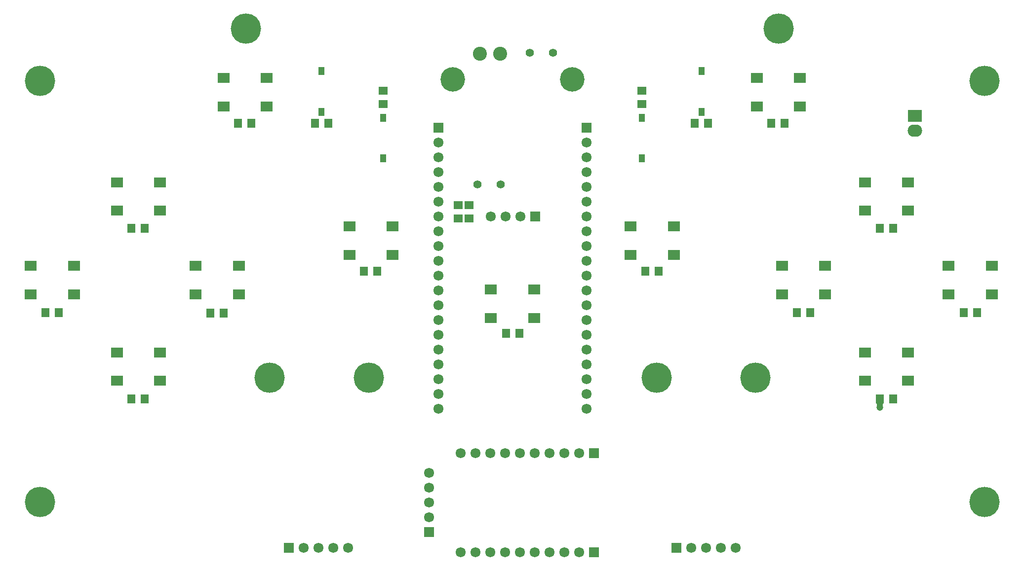
<source format=gts>
G04*
G04 #@! TF.GenerationSoftware,Altium Limited,Altium Designer,23.0.1 (38)*
G04*
G04 Layer_Color=8388736*
%FSLAX25Y25*%
%MOIN*%
G70*
G04*
G04 #@! TF.SameCoordinates,CBCD5F51-024F-4456-99E9-F8A3691CA7AB*
G04*
G04*
G04 #@! TF.FilePolarity,Negative*
G04*
G01*
G75*
%ADD21R,0.08300X0.06706*%
%ADD22R,0.05800X0.06300*%
%ADD23R,0.06300X0.05800*%
%ADD24R,0.03950X0.05524*%
%ADD25R,0.06784X0.06784*%
%ADD26C,0.06784*%
%ADD27C,0.05524*%
%ADD28C,0.09461*%
%ADD29R,0.09800X0.08300*%
%ADD30O,0.09800X0.08300*%
%ADD31R,0.06784X0.06784*%
%ADD32C,0.20485*%
%ADD33C,0.16548*%
%ADD34C,0.04737*%
D21*
X245732Y219000D02*
D03*
X274968D02*
D03*
X245732Y238300D02*
D03*
X274968D02*
D03*
X59736Y211600D02*
D03*
X117968Y153100D02*
D03*
X171236Y211500D02*
D03*
X117968Y268100D02*
D03*
X189968Y338600D02*
D03*
X549968D02*
D03*
X464736Y238300D02*
D03*
X567000Y211600D02*
D03*
X622968Y268100D02*
D03*
X679500Y211600D02*
D03*
X622968Y153100D02*
D03*
X370589Y195600D02*
D03*
X341353Y176300D02*
D03*
X435500Y219000D02*
D03*
X88732Y133800D02*
D03*
Y153100D02*
D03*
X117968Y133800D02*
D03*
X171236Y192200D02*
D03*
X142000Y211500D02*
D03*
Y192200D02*
D03*
X59736Y192300D02*
D03*
X30500Y211600D02*
D03*
Y192300D02*
D03*
X88732Y268100D02*
D03*
X117968Y248800D02*
D03*
X88732D02*
D03*
X593732D02*
D03*
X622968D02*
D03*
X593732Y268100D02*
D03*
X650264Y192300D02*
D03*
X679500D02*
D03*
X650264Y211600D02*
D03*
X593732Y153100D02*
D03*
X622968Y133800D02*
D03*
X593732D02*
D03*
X537764Y211600D02*
D03*
X567000Y192300D02*
D03*
X537764D02*
D03*
X435500Y238300D02*
D03*
X464736Y219000D02*
D03*
X160732Y338600D02*
D03*
X189968Y319300D02*
D03*
X160732D02*
D03*
X520732Y338600D02*
D03*
X549968Y319300D02*
D03*
X520732D02*
D03*
X341353Y195600D02*
D03*
X370589Y176300D02*
D03*
D22*
X107500Y237000D02*
D03*
X98500D02*
D03*
X49500Y180000D02*
D03*
X40500D02*
D03*
X152000Y179500D02*
D03*
X161000D02*
D03*
X98500Y121500D02*
D03*
X107500D02*
D03*
X613000Y237000D02*
D03*
X604000D02*
D03*
X669500Y180000D02*
D03*
X660500D02*
D03*
X604000Y121500D02*
D03*
X613000D02*
D03*
X557000Y180000D02*
D03*
X548000D02*
D03*
X454500Y208000D02*
D03*
X445500D02*
D03*
X179500Y308000D02*
D03*
X170500D02*
D03*
X222500D02*
D03*
X231500D02*
D03*
X539500D02*
D03*
X530500D02*
D03*
X479000D02*
D03*
X488000D02*
D03*
X255500Y208000D02*
D03*
X264500D02*
D03*
X360500Y166000D02*
D03*
X351500D02*
D03*
D23*
X326521Y252500D02*
D03*
Y243500D02*
D03*
X319221Y252500D02*
D03*
Y243500D02*
D03*
X268621Y321000D02*
D03*
Y330000D02*
D03*
X443121Y321000D02*
D03*
Y330000D02*
D03*
D24*
X227000Y315720D02*
D03*
Y343280D02*
D03*
X268621Y311780D02*
D03*
Y284220D02*
D03*
X483500Y315720D02*
D03*
Y343280D02*
D03*
X443121Y311780D02*
D03*
Y284220D02*
D03*
D25*
X205000Y21000D02*
D03*
X466500D02*
D03*
X411000Y17874D02*
D03*
Y85000D02*
D03*
X371121Y245000D02*
D03*
D26*
X215000Y21000D02*
D03*
X225000D02*
D03*
X235000D02*
D03*
X245000D02*
D03*
X476500D02*
D03*
X486500D02*
D03*
X496500D02*
D03*
X506500D02*
D03*
X381000Y17874D02*
D03*
X391000D02*
D03*
X401000D02*
D03*
X321000D02*
D03*
X331000D02*
D03*
X341000D02*
D03*
X351000D02*
D03*
X361000D02*
D03*
X371000D02*
D03*
X401000Y85000D02*
D03*
X381000D02*
D03*
X371000D02*
D03*
X361000D02*
D03*
X351000D02*
D03*
X341000D02*
D03*
X331000D02*
D03*
X391000D02*
D03*
X321000D02*
D03*
X351121Y245000D02*
D03*
X341121D02*
D03*
X361121D02*
D03*
X305819D02*
D03*
Y295000D02*
D03*
Y285000D02*
D03*
Y275000D02*
D03*
Y265000D02*
D03*
Y255000D02*
D03*
Y235000D02*
D03*
Y225000D02*
D03*
Y215000D02*
D03*
Y205000D02*
D03*
Y195000D02*
D03*
Y185000D02*
D03*
Y175000D02*
D03*
Y165000D02*
D03*
Y155000D02*
D03*
Y145000D02*
D03*
Y135000D02*
D03*
Y125000D02*
D03*
Y115000D02*
D03*
X299405Y71501D02*
D03*
Y61501D02*
D03*
Y51501D02*
D03*
Y41501D02*
D03*
X405815Y115000D02*
D03*
Y135000D02*
D03*
Y145000D02*
D03*
Y155000D02*
D03*
Y165000D02*
D03*
Y185000D02*
D03*
Y195000D02*
D03*
Y205000D02*
D03*
Y215000D02*
D03*
Y225000D02*
D03*
Y235000D02*
D03*
Y245000D02*
D03*
Y255000D02*
D03*
Y265000D02*
D03*
Y275000D02*
D03*
Y285000D02*
D03*
Y295000D02*
D03*
Y125000D02*
D03*
Y175000D02*
D03*
D27*
X347995Y266500D02*
D03*
X332247D02*
D03*
X383369Y355500D02*
D03*
X367621D02*
D03*
D28*
X333731Y355000D02*
D03*
X347511D02*
D03*
D29*
X627500Y313000D02*
D03*
D30*
Y303000D02*
D03*
D31*
X305819Y305000D02*
D03*
X299405Y31501D02*
D03*
X405815Y305000D02*
D03*
D32*
X535500Y372000D02*
D03*
X176000D02*
D03*
X674500Y336500D02*
D03*
X520000Y136000D02*
D03*
X453217D02*
D03*
X259000D02*
D03*
X192000D02*
D03*
X674500Y52000D02*
D03*
X37000D02*
D03*
Y336500D02*
D03*
D33*
X396121Y337500D02*
D03*
X315495D02*
D03*
D34*
X604000Y116000D02*
D03*
Y118500D02*
D03*
Y121000D02*
D03*
M02*

</source>
